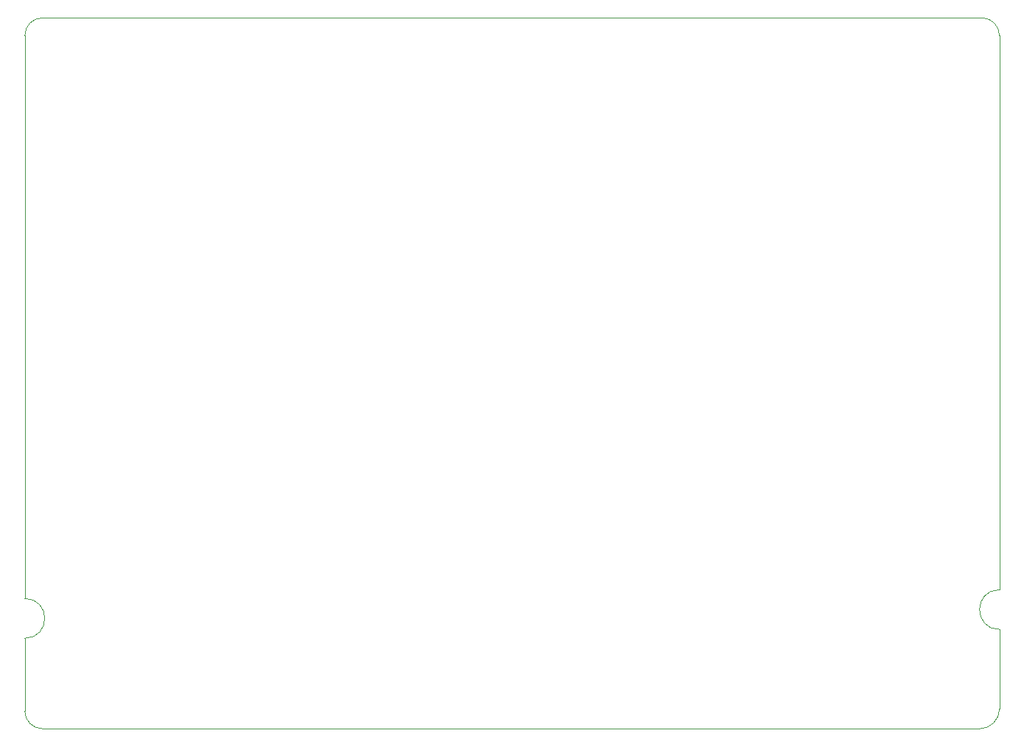
<source format=gm1>
G04 #@! TF.GenerationSoftware,KiCad,Pcbnew,(6.0.7)*
G04 #@! TF.CreationDate,2022-11-19T15:08:40-06:00*
G04 #@! TF.ProjectId,Gimbal_Board_2023,47696d62-616c-45f4-926f-6172645f3230,rev?*
G04 #@! TF.SameCoordinates,Original*
G04 #@! TF.FileFunction,Profile,NP*
%FSLAX46Y46*%
G04 Gerber Fmt 4.6, Leading zero omitted, Abs format (unit mm)*
G04 Created by KiCad (PCBNEW (6.0.7)) date 2022-11-19 15:08:40*
%MOMM*%
%LPD*%
G01*
G04 APERTURE LIST*
G04 #@! TA.AperFunction,Profile*
%ADD10C,0.100000*%
G04 #@! TD*
G04 APERTURE END LIST*
D10*
X66294000Y-36068000D02*
G75*
G03*
X64262000Y-38100000I0J-2032000D01*
G01*
X64262000Y-115824000D02*
G75*
G03*
X66294000Y-117856000I2032000J0D01*
G01*
X173990000Y-117856000D02*
G75*
G03*
X176276000Y-115570000I0J2286000D01*
G01*
X64262000Y-102870000D02*
X64262000Y-38100000D01*
X66294000Y-36068000D02*
X174244000Y-36068000D01*
X64262000Y-115824000D02*
X64262000Y-107442000D01*
X64262000Y-107442000D02*
G75*
G03*
X64262000Y-102870000I0J2286000D01*
G01*
X173990000Y-117856000D02*
X66294000Y-117856000D01*
X176276000Y-115570000D02*
X176276000Y-106426000D01*
X176276000Y-38100000D02*
X176276000Y-101854000D01*
X176276000Y-38100000D02*
G75*
G03*
X174244000Y-36068000I-2032000J0D01*
G01*
X176276000Y-101854000D02*
G75*
G03*
X176276000Y-106426000I0J-2286000D01*
G01*
M02*

</source>
